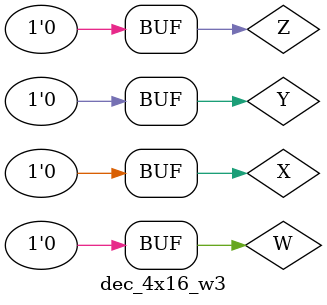
<source format=v>
`timescale 1ns / 1ps


module dec_4x16_w3;

	// Inputs
	reg X;
	reg Y;
	reg Z;
	reg W;

	// Outputs
	wire [15:0] D;

	// Instantiate the Unit Under Test (UUT)
	dec_4x16_w_fault3 uut (
		.D(D), 
		.X(X), 
		.Y(Y), 
		.Z(Z), 
		.W(W)
	);

	initial begin
		// Initialize Inputs
		X = 0;
		Y = 0;
		Z = 0;
		W = 0;

		// Wait 100 ns for global reset to finish
		#100;
        
		// Add stimulus here

	end
      
endmodule


</source>
